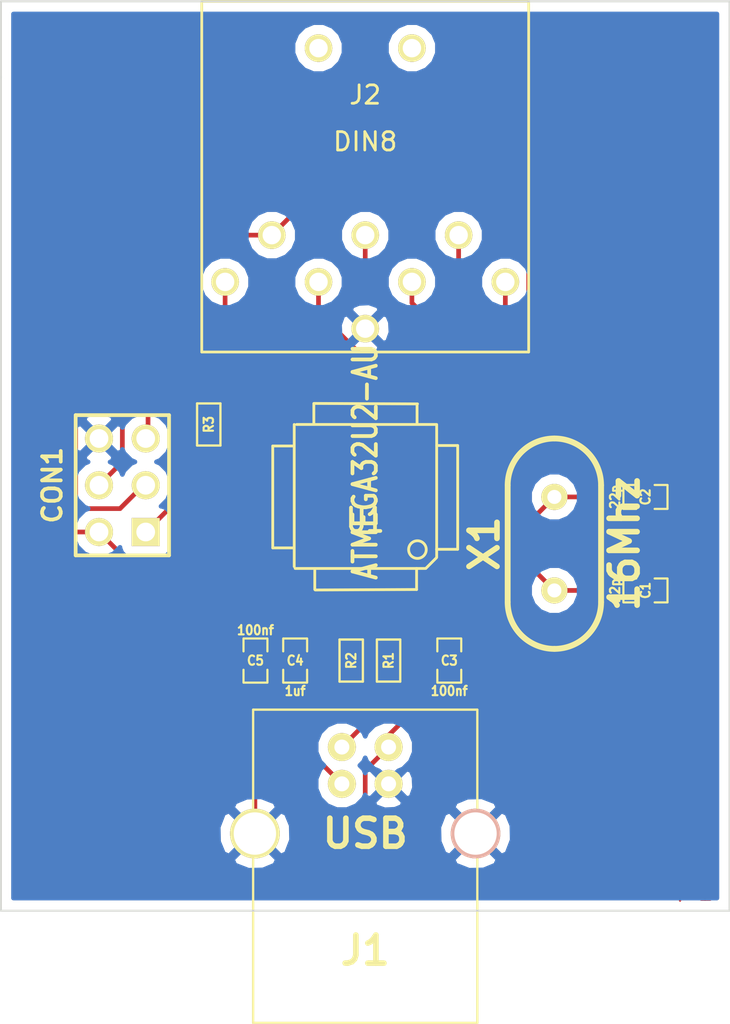
<source format=kicad_pcb>
(kicad_pcb (version 3) (host pcbnew "(22-Jun-2014 BZR 4027)-stable")

  (general
    (links 39)
    (no_connects 0)
    (area 190.703999 120.599999 230.428001 166.039001)
    (thickness 1.6)
    (drawings 10)
    (tracks 145)
    (zones 0)
    (modules 13)
    (nets 20)
  )

  (page A3)
  (layers
    (15 F.Cu signal)
    (0 B.Cu signal)
    (16 B.Adhes user)
    (17 F.Adhes user)
    (18 B.Paste user)
    (19 F.Paste user)
    (20 B.SilkS user)
    (21 F.SilkS user)
    (22 B.Mask user)
    (23 F.Mask user)
    (24 Dwgs.User user)
    (25 Cmts.User user)
    (26 Eco1.User user)
    (27 Eco2.User user)
    (28 Edge.Cuts user)
  )

  (setup
    (last_trace_width 0.254)
    (trace_clearance 0.254)
    (zone_clearance 0.508)
    (zone_45_only no)
    (trace_min 0.254)
    (segment_width 0.2)
    (edge_width 0.1)
    (via_size 0.889)
    (via_drill 0.635)
    (via_min_size 0.889)
    (via_min_drill 0.508)
    (uvia_size 0.508)
    (uvia_drill 0.127)
    (uvias_allowed no)
    (uvia_min_size 0.508)
    (uvia_min_drill 0.127)
    (pcb_text_width 0.3)
    (pcb_text_size 1.5 1.5)
    (mod_edge_width 0.15)
    (mod_text_size 1 1)
    (mod_text_width 0.15)
    (pad_size 1.5 1.5)
    (pad_drill 1)
    (pad_to_mask_clearance 0)
    (aux_axis_origin 0 0)
    (visible_elements FFFFFFBF)
    (pcbplotparams
      (layerselection 3178497)
      (usegerberextensions true)
      (excludeedgelayer true)
      (linewidth 0.150000)
      (plotframeref false)
      (viasonmask false)
      (mode 1)
      (useauxorigin false)
      (hpglpennumber 1)
      (hpglpenspeed 20)
      (hpglpendiameter 15)
      (hpglpenoverlay 2)
      (psnegative false)
      (psa4output false)
      (plotreference true)
      (plotvalue true)
      (plotothertext true)
      (plotinvisibletext false)
      (padsonsilk false)
      (subtractmaskfromsilk false)
      (outputformat 1)
      (mirror false)
      (drillshape 1)
      (scaleselection 1)
      (outputdirectory ""))
  )

  (net 0 "")
  (net 1 DATA_SELECT)
  (net 2 DOWN_SELECT_BUTTON)
  (net 3 GND)
  (net 4 LEFT_RUN_BUTTON)
  (net 5 MISO)
  (net 6 MOSI)
  (net 7 N-000001)
  (net 8 N-0000018)
  (net 9 N-000002)
  (net 10 N-0000029)
  (net 11 N-000003)
  (net 12 N-0000030)
  (net 13 N-0000031)
  (net 14 RESET)
  (net 15 RIGHT_II_BUTTON)
  (net 16 SCK)
  (net 17 UP_I_BUTTON)
  (net 18 VCC)
  (net 19 ~OE~)

  (net_class Default "Ceci est la Netclass par défaut"
    (clearance 0.254)
    (trace_width 0.254)
    (via_dia 0.889)
    (via_drill 0.635)
    (uvia_dia 0.508)
    (uvia_drill 0.127)
    (add_net "")
    (add_net DATA_SELECT)
    (add_net DOWN_SELECT_BUTTON)
    (add_net GND)
    (add_net LEFT_RUN_BUTTON)
    (add_net MISO)
    (add_net MOSI)
    (add_net N-000001)
    (add_net N-0000018)
    (add_net N-000002)
    (add_net N-0000029)
    (add_net N-000003)
    (add_net N-0000030)
    (add_net N-0000031)
    (add_net RESET)
    (add_net RIGHT_II_BUTTON)
    (add_net SCK)
    (add_net UP_I_BUTTON)
    (add_net VCC)
    (add_net ~OE~)
  )

  (module USB_B (layer F.Cu) (tedit 48A935FA) (tstamp 53DD6FF2)
    (at 210.566 161.798)
    (tags USB)
    (path /53DB98C4)
    (fp_text reference J1 (at 0 6.35) (layer F.SilkS)
      (effects (font (size 1.524 1.524) (thickness 0.3048)))
    )
    (fp_text value USB (at 0 0) (layer F.SilkS)
      (effects (font (size 1.524 1.524) (thickness 0.3048)))
    )
    (fp_line (start -6.096 10.287) (end 6.096 10.287) (layer F.SilkS) (width 0.127))
    (fp_line (start 6.096 10.287) (end 6.096 -6.731) (layer F.SilkS) (width 0.127))
    (fp_line (start 6.096 -6.731) (end -6.096 -6.731) (layer F.SilkS) (width 0.127))
    (fp_line (start -6.096 -6.731) (end -6.096 10.287) (layer F.SilkS) (width 0.127))
    (pad 1 thru_hole circle (at 1.27 -4.699) (size 1.524 1.524) (drill 0.8128)
      (layers *.Cu *.Mask F.SilkS)
      (net 18 VCC)
    )
    (pad 2 thru_hole circle (at -1.27 -4.699) (size 1.524 1.524) (drill 0.8128)
      (layers *.Cu *.Mask F.SilkS)
      (net 9 N-000002)
    )
    (pad 3 thru_hole circle (at -1.27 -2.70002) (size 1.524 1.524) (drill 0.8128)
      (layers *.Cu *.Mask F.SilkS)
      (net 11 N-000003)
    )
    (pad 4 thru_hole circle (at 1.27 -2.70002) (size 1.524 1.524) (drill 0.8128)
      (layers *.Cu *.Mask F.SilkS)
      (net 3 GND)
    )
    (pad 5 np_thru_hole circle (at 5.99948 0) (size 2.70002 2.70002) (drill 2.30124)
      (layers *.Cu *.SilkS *.Mask)
      (net 3 GND)
    )
    (pad 6 thru_hole circle (at -5.99948 0) (size 2.70002 2.70002) (drill 2.30124)
      (layers *.Cu *.Mask F.SilkS)
      (net 3 GND)
    )
    (model connectors/USB_type_B.wrl
      (at (xyz 0 0 0.001))
      (scale (xyz 0.3937 0.3937 0.3937))
      (rotate (xyz 0 0 0))
    )
  )

  (module TQFP32 (layer F.Cu) (tedit 53DD7096) (tstamp 53DD7028)
    (at 210.566 143.51 180)
    (path /53DBB1ED)
    (fp_text reference U1 (at 0 -1.27 180) (layer F.SilkS)
      (effects (font (size 1.27 1.016) (thickness 0.2032)))
    )
    (fp_text value ATMEGA32U2-AU (at 0 1.905 270) (layer F.SilkS)
      (effects (font (size 1.27 1.016) (thickness 0.2032)))
    )
    (fp_line (start 5.0292 2.7686) (end 3.8862 2.7686) (layer F.SilkS) (width 0.1524))
    (fp_line (start 5.0292 -2.7686) (end 3.9116 -2.7686) (layer F.SilkS) (width 0.1524))
    (fp_line (start 5.0292 2.7686) (end 5.0292 -2.7686) (layer F.SilkS) (width 0.1524))
    (fp_line (start 2.794 3.9624) (end 2.794 5.0546) (layer F.SilkS) (width 0.1524))
    (fp_line (start -2.8194 3.9878) (end -2.8194 5.0546) (layer F.SilkS) (width 0.1524))
    (fp_line (start -2.8448 5.0546) (end 2.794 5.08) (layer F.SilkS) (width 0.1524))
    (fp_line (start -2.794 -5.0292) (end 2.7178 -5.0546) (layer F.SilkS) (width 0.1524))
    (fp_line (start -3.8862 -3.2766) (end -3.8862 3.9116) (layer F.SilkS) (width 0.1524))
    (fp_line (start 2.7432 -5.0292) (end 2.7432 -3.9878) (layer F.SilkS) (width 0.1524))
    (fp_line (start -3.2512 -3.8862) (end 3.81 -3.8862) (layer F.SilkS) (width 0.1524))
    (fp_line (start 3.8608 3.937) (end 3.8608 -3.7846) (layer F.SilkS) (width 0.1524))
    (fp_line (start -3.8862 3.937) (end 3.7338 3.937) (layer F.SilkS) (width 0.1524))
    (fp_line (start -5.0292 -2.8448) (end -5.0292 2.794) (layer F.SilkS) (width 0.1524))
    (fp_line (start -5.0292 2.794) (end -3.8862 2.794) (layer F.SilkS) (width 0.1524))
    (fp_line (start -3.87604 -3.302) (end -3.29184 -3.8862) (layer F.SilkS) (width 0.1524))
    (fp_line (start -5.02412 -2.8448) (end -3.87604 -2.8448) (layer F.SilkS) (width 0.1524))
    (fp_line (start -2.794 -3.8862) (end -2.794 -5.03428) (layer F.SilkS) (width 0.1524))
    (fp_circle (center -2.83972 -2.86004) (end -2.43332 -2.60604) (layer F.SilkS) (width 0.1524))
    (pad 8 smd rect (at -4.81584 2.77622 180) (size 1.99898 0.44958)
      (layers F.Cu F.Paste F.Mask)
      (net 4 LEFT_RUN_BUTTON)
    )
    (pad 7 smd rect (at -4.81584 1.97612 180) (size 1.99898 0.44958)
      (layers F.Cu F.Paste F.Mask)
      (net 15 RIGHT_II_BUTTON)
    )
    (pad 6 smd rect (at -4.81584 1.17602 180) (size 1.99898 0.44958)
      (layers F.Cu F.Paste F.Mask)
      (net 19 ~OE~)
    )
    (pad 5 smd rect (at -4.81584 0.37592 180) (size 1.99898 0.44958)
      (layers F.Cu F.Paste F.Mask)
    )
    (pad 4 smd rect (at -4.81584 -0.42418 180) (size 1.99898 0.44958)
      (layers F.Cu F.Paste F.Mask)
      (net 18 VCC)
    )
    (pad 3 smd rect (at -4.81584 -1.22428 180) (size 1.99898 0.44958)
      (layers F.Cu F.Paste F.Mask)
      (net 3 GND)
    )
    (pad 2 smd rect (at -4.81584 -2.02438 180) (size 1.99898 0.44958)
      (layers F.Cu F.Paste F.Mask)
      (net 13 N-0000031)
    )
    (pad 1 smd rect (at -4.81584 -2.82448 180) (size 1.99898 0.44958)
      (layers F.Cu F.Paste F.Mask)
      (net 12 N-0000030)
    )
    (pad 24 smd rect (at 4.7498 -2.8194 180) (size 1.99898 0.44958)
      (layers F.Cu F.Paste F.Mask)
      (net 14 RESET)
    )
    (pad 17 smd rect (at 4.7498 2.794 180) (size 1.99898 0.44958)
      (layers F.Cu F.Paste F.Mask)
      (net 5 MISO)
    )
    (pad 18 smd rect (at 4.7498 1.9812 180) (size 1.99898 0.44958)
      (layers F.Cu F.Paste F.Mask)
    )
    (pad 19 smd rect (at 4.7498 1.1684 180) (size 1.99898 0.44958)
      (layers F.Cu F.Paste F.Mask)
    )
    (pad 20 smd rect (at 4.7498 0.381 180) (size 1.99898 0.44958)
      (layers F.Cu F.Paste F.Mask)
    )
    (pad 21 smd rect (at 4.7498 -0.4318 180) (size 1.99898 0.44958)
      (layers F.Cu F.Paste F.Mask)
    )
    (pad 22 smd rect (at 4.7498 -1.2192 180) (size 1.99898 0.44958)
      (layers F.Cu F.Paste F.Mask)
    )
    (pad 23 smd rect (at 4.7498 -2.032 180) (size 1.99898 0.44958)
      (layers F.Cu F.Paste F.Mask)
    )
    (pad 32 smd rect (at -2.82448 -4.826 180) (size 0.44958 1.99898)
      (layers F.Cu F.Paste F.Mask)
      (net 18 VCC)
    )
    (pad 31 smd rect (at -2.02692 -4.826 180) (size 0.44958 1.99898)
      (layers F.Cu F.Paste F.Mask)
      (net 18 VCC)
    )
    (pad 30 smd rect (at -1.22428 -4.826 180) (size 0.44958 1.99898)
      (layers F.Cu F.Paste F.Mask)
      (net 7 N-000001)
    )
    (pad 29 smd rect (at -0.42672 -4.826 180) (size 0.44958 1.99898)
      (layers F.Cu F.Paste F.Mask)
      (net 10 N-0000029)
    )
    (pad 28 smd rect (at 0.37592 -4.826 180) (size 0.44958 1.99898)
      (layers F.Cu F.Paste F.Mask)
      (net 3 GND)
    )
    (pad 27 smd rect (at 1.17348 -4.826 180) (size 0.44958 1.99898)
      (layers F.Cu F.Paste F.Mask)
      (net 8 N-0000018)
    )
    (pad 26 smd rect (at 1.97612 -4.826 180) (size 0.44958 1.99898)
      (layers F.Cu F.Paste F.Mask)
    )
    (pad 25 smd rect (at 2.77368 -4.826 180) (size 0.44958 1.99898)
      (layers F.Cu F.Paste F.Mask)
    )
    (pad 9 smd rect (at -2.8194 4.7752 180) (size 0.44958 1.99898)
      (layers F.Cu F.Paste F.Mask)
      (net 17 UP_I_BUTTON)
    )
    (pad 10 smd rect (at -2.032 4.7752 180) (size 0.44958 1.99898)
      (layers F.Cu F.Paste F.Mask)
      (net 2 DOWN_SELECT_BUTTON)
    )
    (pad 11 smd rect (at -1.2192 4.7752 180) (size 0.44958 1.99898)
      (layers F.Cu F.Paste F.Mask)
      (net 1 DATA_SELECT)
    )
    (pad 12 smd rect (at -0.4318 4.7752 180) (size 0.44958 1.99898)
      (layers F.Cu F.Paste F.Mask)
    )
    (pad 13 smd rect (at 0.3556 4.7752 180) (size 0.44958 1.99898)
      (layers F.Cu F.Paste F.Mask)
    )
    (pad 14 smd rect (at 1.1684 4.7752 180) (size 0.44958 1.99898)
      (layers F.Cu F.Paste F.Mask)
    )
    (pad 15 smd rect (at 1.9812 4.7752 180) (size 0.44958 1.99898)
      (layers F.Cu F.Paste F.Mask)
      (net 16 SCK)
    )
    (pad 16 smd rect (at 2.794 4.7752 180) (size 0.44958 1.99898)
      (layers F.Cu F.Paste F.Mask)
      (net 6 MOSI)
    )
    (model smd/tqfp32.wrl
      (at (xyz 0 0 0))
      (scale (xyz 1 1 1))
      (rotate (xyz 0 0 0))
    )
  )

  (module SM0603_Capa (layer F.Cu) (tedit 5051B1EC) (tstamp 53DD7034)
    (at 206.756 152.4 90)
    (path /53DC158C)
    (attr smd)
    (fp_text reference C4 (at 0 0 180) (layer F.SilkS)
      (effects (font (size 0.508 0.4572) (thickness 0.1143)))
    )
    (fp_text value 1uf (at -1.651 0 180) (layer F.SilkS)
      (effects (font (size 0.508 0.4572) (thickness 0.1143)))
    )
    (fp_line (start 0.50038 0.65024) (end 1.19888 0.65024) (layer F.SilkS) (width 0.11938))
    (fp_line (start -0.50038 0.65024) (end -1.19888 0.65024) (layer F.SilkS) (width 0.11938))
    (fp_line (start 0.50038 -0.65024) (end 1.19888 -0.65024) (layer F.SilkS) (width 0.11938))
    (fp_line (start -1.19888 -0.65024) (end -0.50038 -0.65024) (layer F.SilkS) (width 0.11938))
    (fp_line (start 1.19888 -0.635) (end 1.19888 0.635) (layer F.SilkS) (width 0.11938))
    (fp_line (start -1.19888 0.635) (end -1.19888 -0.635) (layer F.SilkS) (width 0.11938))
    (pad 1 smd rect (at -0.762 0 90) (size 0.635 1.143)
      (layers F.Cu F.Paste F.Mask)
      (net 3 GND)
    )
    (pad 2 smd rect (at 0.762 0 90) (size 0.635 1.143)
      (layers F.Cu F.Paste F.Mask)
      (net 8 N-0000018)
    )
    (model smd\capacitors\C0603.wrl
      (at (xyz 0 0 0.001))
      (scale (xyz 0.5 0.5 0.5))
      (rotate (xyz 0 0 0))
    )
  )

  (module SM0603_Capa (layer F.Cu) (tedit 5051B1EC) (tstamp 53DD7040)
    (at 225.806 148.59)
    (path /53DC159B)
    (attr smd)
    (fp_text reference C1 (at 0 0 90) (layer F.SilkS)
      (effects (font (size 0.508 0.4572) (thickness 0.1143)))
    )
    (fp_text value 22p (at -1.651 0 90) (layer F.SilkS)
      (effects (font (size 0.508 0.4572) (thickness 0.1143)))
    )
    (fp_line (start 0.50038 0.65024) (end 1.19888 0.65024) (layer F.SilkS) (width 0.11938))
    (fp_line (start -0.50038 0.65024) (end -1.19888 0.65024) (layer F.SilkS) (width 0.11938))
    (fp_line (start 0.50038 -0.65024) (end 1.19888 -0.65024) (layer F.SilkS) (width 0.11938))
    (fp_line (start -1.19888 -0.65024) (end -0.50038 -0.65024) (layer F.SilkS) (width 0.11938))
    (fp_line (start 1.19888 -0.635) (end 1.19888 0.635) (layer F.SilkS) (width 0.11938))
    (fp_line (start -1.19888 0.635) (end -1.19888 -0.635) (layer F.SilkS) (width 0.11938))
    (pad 1 smd rect (at -0.762 0) (size 0.635 1.143)
      (layers F.Cu F.Paste F.Mask)
      (net 12 N-0000030)
    )
    (pad 2 smd rect (at 0.762 0) (size 0.635 1.143)
      (layers F.Cu F.Paste F.Mask)
      (net 3 GND)
    )
    (model smd\capacitors\C0603.wrl
      (at (xyz 0 0 0.001))
      (scale (xyz 0.5 0.5 0.5))
      (rotate (xyz 0 0 0))
    )
  )

  (module SM0603_Capa (layer F.Cu) (tedit 5051B1EC) (tstamp 53DD704C)
    (at 225.806 143.51)
    (path /53DC15AA)
    (attr smd)
    (fp_text reference C2 (at 0 0 90) (layer F.SilkS)
      (effects (font (size 0.508 0.4572) (thickness 0.1143)))
    )
    (fp_text value 22p (at -1.651 0 90) (layer F.SilkS)
      (effects (font (size 0.508 0.4572) (thickness 0.1143)))
    )
    (fp_line (start 0.50038 0.65024) (end 1.19888 0.65024) (layer F.SilkS) (width 0.11938))
    (fp_line (start -0.50038 0.65024) (end -1.19888 0.65024) (layer F.SilkS) (width 0.11938))
    (fp_line (start 0.50038 -0.65024) (end 1.19888 -0.65024) (layer F.SilkS) (width 0.11938))
    (fp_line (start -1.19888 -0.65024) (end -0.50038 -0.65024) (layer F.SilkS) (width 0.11938))
    (fp_line (start 1.19888 -0.635) (end 1.19888 0.635) (layer F.SilkS) (width 0.11938))
    (fp_line (start -1.19888 0.635) (end -1.19888 -0.635) (layer F.SilkS) (width 0.11938))
    (pad 1 smd rect (at -0.762 0) (size 0.635 1.143)
      (layers F.Cu F.Paste F.Mask)
      (net 13 N-0000031)
    )
    (pad 2 smd rect (at 0.762 0) (size 0.635 1.143)
      (layers F.Cu F.Paste F.Mask)
      (net 3 GND)
    )
    (model smd\capacitors\C0603.wrl
      (at (xyz 0 0 0.001))
      (scale (xyz 0.5 0.5 0.5))
      (rotate (xyz 0 0 0))
    )
  )

  (module SM0603_Capa (layer F.Cu) (tedit 5051B1EC) (tstamp 53DD7058)
    (at 215.138 152.4 90)
    (path /53DD214D)
    (attr smd)
    (fp_text reference C3 (at 0 0 180) (layer F.SilkS)
      (effects (font (size 0.508 0.4572) (thickness 0.1143)))
    )
    (fp_text value 100nf (at -1.651 0 180) (layer F.SilkS)
      (effects (font (size 0.508 0.4572) (thickness 0.1143)))
    )
    (fp_line (start 0.50038 0.65024) (end 1.19888 0.65024) (layer F.SilkS) (width 0.11938))
    (fp_line (start -0.50038 0.65024) (end -1.19888 0.65024) (layer F.SilkS) (width 0.11938))
    (fp_line (start 0.50038 -0.65024) (end 1.19888 -0.65024) (layer F.SilkS) (width 0.11938))
    (fp_line (start -1.19888 -0.65024) (end -0.50038 -0.65024) (layer F.SilkS) (width 0.11938))
    (fp_line (start 1.19888 -0.635) (end 1.19888 0.635) (layer F.SilkS) (width 0.11938))
    (fp_line (start -1.19888 0.635) (end -1.19888 -0.635) (layer F.SilkS) (width 0.11938))
    (pad 1 smd rect (at -0.762 0 90) (size 0.635 1.143)
      (layers F.Cu F.Paste F.Mask)
      (net 3 GND)
    )
    (pad 2 smd rect (at 0.762 0 90) (size 0.635 1.143)
      (layers F.Cu F.Paste F.Mask)
      (net 18 VCC)
    )
    (model smd\capacitors\C0603.wrl
      (at (xyz 0 0 0.001))
      (scale (xyz 0.5 0.5 0.5))
      (rotate (xyz 0 0 0))
    )
  )

  (module SM0603 (layer F.Cu) (tedit 4E43A3D1) (tstamp 53DD7062)
    (at 211.836 152.4 90)
    (path /53DBBAFE)
    (attr smd)
    (fp_text reference R1 (at 0 0 90) (layer F.SilkS)
      (effects (font (size 0.508 0.4572) (thickness 0.1143)))
    )
    (fp_text value 22ohms (at 0 0 90) (layer F.SilkS) hide
      (effects (font (size 0.508 0.4572) (thickness 0.1143)))
    )
    (fp_line (start -1.143 -0.635) (end 1.143 -0.635) (layer F.SilkS) (width 0.127))
    (fp_line (start 1.143 -0.635) (end 1.143 0.635) (layer F.SilkS) (width 0.127))
    (fp_line (start 1.143 0.635) (end -1.143 0.635) (layer F.SilkS) (width 0.127))
    (fp_line (start -1.143 0.635) (end -1.143 -0.635) (layer F.SilkS) (width 0.127))
    (pad 1 smd rect (at -0.762 0 90) (size 0.635 1.143)
      (layers F.Cu F.Paste F.Mask)
      (net 9 N-000002)
    )
    (pad 2 smd rect (at 0.762 0 90) (size 0.635 1.143)
      (layers F.Cu F.Paste F.Mask)
      (net 7 N-000001)
    )
    (model smd\resistors\R0603.wrl
      (at (xyz 0 0 0.001))
      (scale (xyz 0.5 0.5 0.5))
      (rotate (xyz 0 0 0))
    )
  )

  (module SM0603 (layer F.Cu) (tedit 4E43A3D1) (tstamp 53DD706C)
    (at 209.804 152.4 90)
    (path /53DBBB0D)
    (attr smd)
    (fp_text reference R2 (at 0 0 90) (layer F.SilkS)
      (effects (font (size 0.508 0.4572) (thickness 0.1143)))
    )
    (fp_text value 22ohms (at 0 0 90) (layer F.SilkS) hide
      (effects (font (size 0.508 0.4572) (thickness 0.1143)))
    )
    (fp_line (start -1.143 -0.635) (end 1.143 -0.635) (layer F.SilkS) (width 0.127))
    (fp_line (start 1.143 -0.635) (end 1.143 0.635) (layer F.SilkS) (width 0.127))
    (fp_line (start 1.143 0.635) (end -1.143 0.635) (layer F.SilkS) (width 0.127))
    (fp_line (start -1.143 0.635) (end -1.143 -0.635) (layer F.SilkS) (width 0.127))
    (pad 1 smd rect (at -0.762 0 90) (size 0.635 1.143)
      (layers F.Cu F.Paste F.Mask)
      (net 11 N-000003)
    )
    (pad 2 smd rect (at 0.762 0 90) (size 0.635 1.143)
      (layers F.Cu F.Paste F.Mask)
      (net 10 N-0000029)
    )
    (model smd\resistors\R0603.wrl
      (at (xyz 0 0 0.001))
      (scale (xyz 0.5 0.5 0.5))
      (rotate (xyz 0 0 0))
    )
  )

  (module SM0603 (layer F.Cu) (tedit 4E43A3D1) (tstamp 53DD7076)
    (at 202.057 139.573 90)
    (path /53DC1CB7)
    (attr smd)
    (fp_text reference R3 (at 0 0 90) (layer F.SilkS)
      (effects (font (size 0.508 0.4572) (thickness 0.1143)))
    )
    (fp_text value 10K (at 0 0 90) (layer F.SilkS) hide
      (effects (font (size 0.508 0.4572) (thickness 0.1143)))
    )
    (fp_line (start -1.143 -0.635) (end 1.143 -0.635) (layer F.SilkS) (width 0.127))
    (fp_line (start 1.143 -0.635) (end 1.143 0.635) (layer F.SilkS) (width 0.127))
    (fp_line (start 1.143 0.635) (end -1.143 0.635) (layer F.SilkS) (width 0.127))
    (fp_line (start -1.143 0.635) (end -1.143 -0.635) (layer F.SilkS) (width 0.127))
    (pad 1 smd rect (at -0.762 0 90) (size 0.635 1.143)
      (layers F.Cu F.Paste F.Mask)
      (net 18 VCC)
    )
    (pad 2 smd rect (at 0.762 0 90) (size 0.635 1.143)
      (layers F.Cu F.Paste F.Mask)
      (net 14 RESET)
    )
    (model smd\resistors\R0603.wrl
      (at (xyz 0 0 0.001))
      (scale (xyz 0.5 0.5 0.5))
      (rotate (xyz 0 0 0))
    )
  )

  (module pin_array_3x2 (layer F.Cu) (tedit 42931587) (tstamp 53DD7084)
    (at 197.358 142.875 90)
    (descr "Double rangee de contacts 2 x 4 pins")
    (tags CONN)
    (path /53DC1AF4)
    (fp_text reference CON1 (at 0 -3.81 90) (layer F.SilkS)
      (effects (font (size 1.016 1.016) (thickness 0.2032)))
    )
    (fp_text value AVR-ISP6 (at 0 3.81 90) (layer F.SilkS) hide
      (effects (font (size 1.016 1.016) (thickness 0.2032)))
    )
    (fp_line (start 3.81 2.54) (end -3.81 2.54) (layer F.SilkS) (width 0.2032))
    (fp_line (start -3.81 -2.54) (end 3.81 -2.54) (layer F.SilkS) (width 0.2032))
    (fp_line (start 3.81 -2.54) (end 3.81 2.54) (layer F.SilkS) (width 0.2032))
    (fp_line (start -3.81 2.54) (end -3.81 -2.54) (layer F.SilkS) (width 0.2032))
    (pad 1 thru_hole rect (at -2.54 1.27 90) (size 1.524 1.524) (drill 1.016)
      (layers *.Cu *.Mask F.SilkS)
      (net 5 MISO)
    )
    (pad 2 thru_hole circle (at -2.54 -1.27 90) (size 1.524 1.524) (drill 1.016)
      (layers *.Cu *.Mask F.SilkS)
      (net 18 VCC)
    )
    (pad 3 thru_hole circle (at 0 1.27 90) (size 1.524 1.524) (drill 1.016)
      (layers *.Cu *.Mask F.SilkS)
      (net 16 SCK)
    )
    (pad 4 thru_hole circle (at 0 -1.27 90) (size 1.524 1.524) (drill 1.016)
      (layers *.Cu *.Mask F.SilkS)
      (net 6 MOSI)
    )
    (pad 5 thru_hole circle (at 2.54 1.27 90) (size 1.524 1.524) (drill 1.016)
      (layers *.Cu *.Mask F.SilkS)
      (net 14 RESET)
    )
    (pad 6 thru_hole circle (at 2.54 -1.27 90) (size 1.524 1.524) (drill 1.016)
      (layers *.Cu *.Mask F.SilkS)
      (net 3 GND)
    )
    (model pin_array/pins_array_3x2.wrl
      (at (xyz 0 0 0))
      (scale (xyz 1 1 1))
      (rotate (xyz 0 0 0))
    )
  )

  (module HC-49V (layer F.Cu) (tedit 4C5EC450) (tstamp 53DD7090)
    (at 220.853 146.05 90)
    (descr "Quartz boitier HC-49 Vertical")
    (tags "QUARTZ DEV")
    (path /53DBBAE1)
    (autoplace_cost180 10)
    (fp_text reference X1 (at 0 -3.81 90) (layer F.SilkS)
      (effects (font (size 1.524 1.524) (thickness 0.3048)))
    )
    (fp_text value 16Mhz (at 0 3.81 90) (layer F.SilkS)
      (effects (font (size 1.524 1.524) (thickness 0.3048)))
    )
    (fp_line (start -3.175 2.54) (end 3.175 2.54) (layer F.SilkS) (width 0.3175))
    (fp_line (start -3.175 -2.54) (end 3.175 -2.54) (layer F.SilkS) (width 0.3175))
    (fp_arc (start 3.175 0) (end 3.175 -2.54) (angle 90) (layer F.SilkS) (width 0.3175))
    (fp_arc (start 3.175 0) (end 5.715 0) (angle 90) (layer F.SilkS) (width 0.3175))
    (fp_arc (start -3.175 0) (end -5.715 0) (angle 90) (layer F.SilkS) (width 0.3175))
    (fp_arc (start -3.175 0) (end -3.175 2.54) (angle 90) (layer F.SilkS) (width 0.3175))
    (pad 1 thru_hole circle (at -2.54 0 90) (size 1.4224 1.4224) (drill 0.762)
      (layers *.Cu *.Mask F.SilkS)
      (net 12 N-0000030)
    )
    (pad 2 thru_hole circle (at 2.54 0 90) (size 1.4224 1.4224) (drill 0.762)
      (layers *.Cu *.Mask F.SilkS)
      (net 13 N-0000031)
    )
    (model discret/xtal/crystal_hc18u_vertical.wrl
      (at (xyz 0 0 0))
      (scale (xyz 1 1 0.2))
      (rotate (xyz 0 0 0))
    )
  )

  (module SM0603_Capa (layer F.Cu) (tedit 5051B1EC) (tstamp 53DE7E6D)
    (at 204.597 152.4 270)
    (path /53DE7D03)
    (attr smd)
    (fp_text reference C5 (at 0 0 360) (layer F.SilkS)
      (effects (font (size 0.508 0.4572) (thickness 0.1143)))
    )
    (fp_text value 100nf (at -1.651 0 360) (layer F.SilkS)
      (effects (font (size 0.508 0.4572) (thickness 0.1143)))
    )
    (fp_line (start 0.50038 0.65024) (end 1.19888 0.65024) (layer F.SilkS) (width 0.11938))
    (fp_line (start -0.50038 0.65024) (end -1.19888 0.65024) (layer F.SilkS) (width 0.11938))
    (fp_line (start 0.50038 -0.65024) (end 1.19888 -0.65024) (layer F.SilkS) (width 0.11938))
    (fp_line (start -1.19888 -0.65024) (end -0.50038 -0.65024) (layer F.SilkS) (width 0.11938))
    (fp_line (start 1.19888 -0.635) (end 1.19888 0.635) (layer F.SilkS) (width 0.11938))
    (fp_line (start -1.19888 0.635) (end -1.19888 -0.635) (layer F.SilkS) (width 0.11938))
    (pad 1 smd rect (at -0.762 0 270) (size 0.635 1.143)
      (layers F.Cu F.Paste F.Mask)
      (net 14 RESET)
    )
    (pad 2 smd rect (at 0.762 0 270) (size 0.635 1.143)
      (layers F.Cu F.Paste F.Mask)
      (net 3 GND)
    )
    (model smd\capacitors\C0603.wrl
      (at (xyz 0 0 0.001))
      (scale (xyz 0.5 0.5 0.5))
      (rotate (xyz 0 0 0))
    )
  )

  (module DIN-8-FEMALE (layer F.Cu) (tedit 53E0E52D) (tstamp 53E0EA70)
    (at 210.566 126.746 180)
    (path /53E0D96A)
    (fp_text reference J2 (at 0 5.08 180) (layer F.SilkS)
      (effects (font (size 1 1) (thickness 0.15)))
    )
    (fp_text value DIN8 (at 0 2.54 180) (layer F.SilkS)
      (effects (font (size 1 1) (thickness 0.15)))
    )
    (fp_line (start -8.89 -8.89) (end -8.89 10.16) (layer F.SilkS) (width 0.15))
    (fp_line (start -8.89 10.16) (end 8.89 10.16) (layer F.SilkS) (width 0.15))
    (fp_line (start 8.89 10.16) (end 8.89 -8.89) (layer F.SilkS) (width 0.15))
    (fp_line (start -8.89 -8.89) (end 8.89 -8.89) (layer F.SilkS) (width 0.15))
    (pad 1 thru_hole circle (at 5.08 -2.54 180) (size 1.5 1.5) (drill 1)
      (layers *.Cu *.Mask F.SilkS)
      (net 18 VCC)
    )
    (pad 2 thru_hole circle (at 0 -2.54 180) (size 1.5 1.5) (drill 1)
      (layers *.Cu *.Mask F.SilkS)
      (net 17 UP_I_BUTTON)
    )
    (pad 3 thru_hole circle (at -5.08 -2.54 180) (size 1.5 1.5) (drill 1)
      (layers *.Cu *.Mask F.SilkS)
      (net 15 RIGHT_II_BUTTON)
    )
    (pad 4 thru_hole circle (at 2.54 -5.08 180) (size 1.5 1.5) (drill 1)
      (layers *.Cu *.Mask F.SilkS)
      (net 2 DOWN_SELECT_BUTTON)
    )
    (pad 5 thru_hole circle (at -2.54 -5.08 180) (size 1.5 1.5) (drill 1)
      (layers *.Cu *.Mask F.SilkS)
      (net 4 LEFT_RUN_BUTTON)
    )
    (pad 6 thru_hole circle (at 7.62 -5.08 180) (size 1.5 1.5) (drill 1)
      (layers *.Cu *.Mask F.SilkS)
      (net 1 DATA_SELECT)
    )
    (pad 7 thru_hole circle (at -7.62 -5.08 180) (size 1.5 1.5) (drill 1)
      (layers *.Cu *.Mask F.SilkS)
      (net 19 ~OE~)
    )
    (pad 8 thru_hole circle (at 0 -7.62 180) (size 1.5 1.5) (drill 1)
      (layers *.Cu *.Mask F.SilkS)
      (net 3 GND)
    )
    (pad 9 thru_hole circle (at -2.54 7.62 180) (size 1.5 1.5) (drill 1)
      (layers *.Cu *.Mask F.SilkS)
    )
    (pad 9 thru_hole circle (at 2.54 7.62 180) (size 1.5 1.5) (drill 1)
      (layers *.Cu *.Mask F.SilkS)
    )
  )

  (gr_line (start 230.378 120.777) (end 230.378 120.904) (angle 90) (layer Edge.Cuts) (width 0.1))
  (gr_line (start 230.378 116.586) (end 230.378 120.777) (angle 90) (layer Edge.Cuts) (width 0.1))
  (gr_line (start 190.754 116.586) (end 230.378 116.586) (angle 90) (layer Edge.Cuts) (width 0.1))
  (gr_line (start 190.754 120.777) (end 190.754 116.586) (angle 90) (layer Edge.Cuts) (width 0.1))
  (gr_text "Copyright 2014 antoine terrienne" (at 226.822 158.496 90) (layer F.Cu)
    (effects (font (size 0.5 0.5) (thickness 0.125)))
  )
  (gr_text https://github.com/letoine/TurbografxControllerToUSB (at 229.108 155.067 90) (layer F.Cu)
    (effects (font (size 0.5 0.5) (thickness 0.125)))
  )
  (gr_text "TurbografxControllerToUSB v1.0" (at 227.965 159.512 90) (layer F.Cu)
    (effects (font (size 0.5 0.5) (thickness 0.125)))
  )
  (gr_line (start 230.378 165.989) (end 230.378 120.65) (angle 90) (layer Edge.Cuts) (width 0.1))
  (gr_line (start 190.754 165.989) (end 230.378 165.989) (angle 90) (layer Edge.Cuts) (width 0.1))
  (gr_line (start 190.754 120.65) (end 190.754 165.989) (angle 90) (layer Edge.Cuts) (width 0.1))

  (segment (start 211.7852 138.7348) (end 211.7852 136.9822) (width 0.254) (layer F.Cu) (net 1))
  (segment (start 202.946 135.001) (end 202.946 131.826) (width 0.254) (layer F.Cu) (net 1) (tstamp 53E0EB6E))
  (segment (start 204.343 136.398) (end 202.946 135.001) (width 0.254) (layer F.Cu) (net 1) (tstamp 53E0EB69))
  (segment (start 211.201 136.398) (end 204.343 136.398) (width 0.254) (layer F.Cu) (net 1) (tstamp 53E0EB62))
  (segment (start 211.7852 136.9822) (end 211.201 136.398) (width 0.254) (layer F.Cu) (net 1) (tstamp 53E0EB61))
  (segment (start 212.598 138.7348) (end 212.598 136.525) (width 0.254) (layer F.Cu) (net 2))
  (segment (start 208.026 133.477) (end 208.026 131.826) (width 0.254) (layer F.Cu) (net 2) (tstamp 53E0EB5D))
  (segment (start 210.312 135.763) (end 208.026 133.477) (width 0.254) (layer F.Cu) (net 2) (tstamp 53E0EB57))
  (segment (start 211.836 135.763) (end 210.312 135.763) (width 0.254) (layer F.Cu) (net 2) (tstamp 53E0EB54))
  (segment (start 212.598 136.525) (end 211.836 135.763) (width 0.254) (layer F.Cu) (net 2) (tstamp 53E0EB50))
  (segment (start 204.597 153.162) (end 204.56652 153.19248) (width 0.254) (layer F.Cu) (net 3))
  (segment (start 204.56652 153.19248) (end 204.56652 161.798) (width 0.254) (layer F.Cu) (net 3) (tstamp 53DE7EEA))
  (segment (start 206.756 153.162) (end 204.597 153.162) (width 0.254) (layer F.Cu) (net 3))
  (segment (start 210.19008 148.336) (end 210.206788 148.352708) (width 0.254) (layer F.Cu) (net 3))
  (segment (start 206.883 153.289) (end 206.756 153.162) (width 0.254) (layer F.Cu) (net 3) (tstamp 53DE7ED9))
  (segment (start 207.772 153.289) (end 206.883 153.289) (width 0.254) (layer F.Cu) (net 3) (tstamp 53DE7ED4))
  (segment (start 208.153 152.908) (end 207.772 153.289) (width 0.254) (layer F.Cu) (net 3) (tstamp 53DE7ED1))
  (segment (start 208.153 151.13) (end 208.153 152.908) (width 0.254) (layer F.Cu) (net 3) (tstamp 53DE7ECC))
  (segment (start 208.661 150.622) (end 208.153 151.13) (width 0.254) (layer F.Cu) (net 3) (tstamp 53DE7EC8))
  (segment (start 208.788 150.622) (end 208.661 150.622) (width 0.254) (layer F.Cu) (net 3) (tstamp 53DE7EC5))
  (segment (start 209.042 150.622) (end 208.788 150.622) (width 0.254) (layer F.Cu) (net 3) (tstamp 53DE7EBD))
  (segment (start 210.206788 149.457212) (end 209.042 150.622) (width 0.254) (layer F.Cu) (net 3) (tstamp 53DE7EBB))
  (segment (start 210.206788 148.352708) (end 210.206788 149.457212) (width 0.254) (layer F.Cu) (net 3) (tstamp 53DE7EBA))
  (segment (start 226.568 148.59) (end 226.568 150.241) (width 0.254) (layer F.Cu) (net 3))
  (segment (start 223.647 153.162) (end 215.138 153.162) (width 0.254) (layer F.Cu) (net 3) (tstamp 53DE5EBE))
  (segment (start 226.568 150.241) (end 223.647 153.162) (width 0.254) (layer F.Cu) (net 3) (tstamp 53DE5EBB))
  (segment (start 226.568 143.51) (end 226.568 148.59) (width 0.254) (layer F.Cu) (net 3))
  (segment (start 215.38184 144.73428) (end 215.42756 144.78) (width 0.254) (layer F.Cu) (net 3))
  (segment (start 226.568 142.621) (end 226.568 143.51) (width 0.254) (layer F.Cu) (net 3) (tstamp 53DE5EB2))
  (segment (start 225.806 141.859) (end 226.568 142.621) (width 0.254) (layer F.Cu) (net 3) (tstamp 53DE5EAE))
  (segment (start 219.71 141.859) (end 225.806 141.859) (width 0.254) (layer F.Cu) (net 3) (tstamp 53DE5EAC))
  (segment (start 216.789 144.78) (end 219.71 141.859) (width 0.254) (layer F.Cu) (net 3) (tstamp 53DE5EA5))
  (segment (start 215.42756 144.78) (end 216.789 144.78) (width 0.254) (layer F.Cu) (net 3) (tstamp 53DE5EA1))
  (segment (start 215.138 153.162) (end 215.138 155.79598) (width 0.254) (layer F.Cu) (net 3))
  (segment (start 215.138 155.79598) (end 211.836 159.09798) (width 0.254) (layer F.Cu) (net 3) (tstamp 53DE49FB))
  (segment (start 210.19008 148.336) (end 210.19008 147.31492) (width 0.254) (layer F.Cu) (net 3))
  (segment (start 212.77072 144.73428) (end 215.38184 144.73428) (width 0.254) (layer F.Cu) (net 3) (tstamp 53DE49BE))
  (segment (start 210.19008 147.31492) (end 212.77072 144.73428) (width 0.254) (layer F.Cu) (net 3) (tstamp 53DE49BA))
  (segment (start 215.38184 140.73378) (end 215.38184 135.24484) (width 0.254) (layer F.Cu) (net 4))
  (segment (start 213.106 132.969) (end 213.106 131.826) (width 0.254) (layer F.Cu) (net 4) (tstamp 53E0EAB0))
  (segment (start 215.38184 135.24484) (end 213.106 132.969) (width 0.254) (layer F.Cu) (net 4) (tstamp 53E0EAA7))
  (segment (start 198.628 145.415) (end 200.152 143.891) (width 0.254) (layer F.Cu) (net 5))
  (segment (start 204.6732 139.573) (end 205.8162 140.716) (width 0.254) (layer F.Cu) (net 5) (tstamp 53DE529B))
  (segment (start 203.454 139.573) (end 204.6732 139.573) (width 0.254) (layer F.Cu) (net 5) (tstamp 53DE5295))
  (segment (start 200.914 139.573) (end 203.454 139.573) (width 0.254) (layer F.Cu) (net 5) (tstamp 53DE5292))
  (segment (start 200.152 140.335) (end 200.914 139.573) (width 0.254) (layer F.Cu) (net 5) (tstamp 53DE5291))
  (segment (start 200.152 143.891) (end 200.152 140.335) (width 0.254) (layer F.Cu) (net 5) (tstamp 53DE5287))
  (segment (start 196.088 142.875) (end 197.358 141.605) (width 0.254) (layer F.Cu) (net 6))
  (segment (start 206.705202 137.668002) (end 207.772 138.7348) (width 0.254) (layer F.Cu) (net 6) (tstamp 53DE5266))
  (segment (start 197.993 137.668002) (end 206.705202 137.668002) (width 0.254) (layer F.Cu) (net 6) (tstamp 53DE5263))
  (segment (start 197.358 138.303002) (end 197.993 137.668002) (width 0.254) (layer F.Cu) (net 6) (tstamp 53DE525E))
  (segment (start 197.358 141.605) (end 197.358 138.303002) (width 0.254) (layer F.Cu) (net 6) (tstamp 53DE5258))
  (segment (start 211.836 151.638) (end 211.836 148.38172) (width 0.254) (layer F.Cu) (net 7))
  (segment (start 211.836 148.38172) (end 211.79028 148.336) (width 0.254) (layer F.Cu) (net 7) (tstamp 53DE4E09))
  (segment (start 206.756 151.638) (end 208.385212 150.008788) (width 0.254) (layer F.Cu) (net 8))
  (segment (start 209.423 148.36648) (end 209.39252 148.336) (width 0.254) (layer F.Cu) (net 8) (tstamp 53DE7F08))
  (segment (start 209.423 149.479) (end 209.423 148.36648) (width 0.254) (layer F.Cu) (net 8) (tstamp 53DE7F06))
  (segment (start 208.936788 149.965212) (end 209.423 149.479) (width 0.254) (layer F.Cu) (net 8) (tstamp 53DE7F03))
  (segment (start 208.936788 150.008788) (end 208.936788 149.965212) (width 0.254) (layer F.Cu) (net 8) (tstamp 53DE7F00))
  (segment (start 208.385212 150.008788) (end 208.936788 150.008788) (width 0.254) (layer F.Cu) (net 8) (tstamp 53DE7EF4))
  (segment (start 211.836 153.162) (end 211.836 154.559) (width 0.254) (layer F.Cu) (net 9))
  (segment (start 211.836 154.559) (end 209.296 157.099) (width 0.254) (layer F.Cu) (net 9) (tstamp 53DE49D1))
  (segment (start 210.99272 148.336) (end 210.99272 149.43328) (width 0.254) (layer F.Cu) (net 10))
  (segment (start 209.804 150.622) (end 209.804 151.638) (width 0.254) (layer F.Cu) (net 10) (tstamp 53DE4996))
  (segment (start 210.99272 149.43328) (end 209.804 150.622) (width 0.254) (layer F.Cu) (net 10) (tstamp 53DE4991))
  (segment (start 209.804 153.162) (end 209.804 153.797) (width 0.254) (layer F.Cu) (net 11))
  (segment (start 207.518 157.31998) (end 209.296 159.09798) (width 0.254) (layer F.Cu) (net 11) (tstamp 53DE49E0))
  (segment (start 207.518 156.083) (end 207.518 157.31998) (width 0.254) (layer F.Cu) (net 11) (tstamp 53DE49DC))
  (segment (start 209.804 153.797) (end 207.518 156.083) (width 0.254) (layer F.Cu) (net 11) (tstamp 53DE49D8))
  (segment (start 220.853 148.59) (end 225.044 148.59) (width 0.254) (layer F.Cu) (net 12))
  (segment (start 215.38184 146.33448) (end 215.47836 146.431) (width 0.254) (layer F.Cu) (net 12))
  (segment (start 218.694 146.431) (end 220.853 148.59) (width 0.254) (layer F.Cu) (net 12) (tstamp 53DE5EDA))
  (segment (start 215.47836 146.431) (end 218.694 146.431) (width 0.254) (layer F.Cu) (net 12) (tstamp 53DE5ED9))
  (segment (start 220.853 143.51) (end 225.044 143.51) (width 0.254) (layer F.Cu) (net 13))
  (segment (start 215.38184 145.53438) (end 215.38946 145.542) (width 0.254) (layer F.Cu) (net 13))
  (segment (start 218.821 145.542) (end 220.853 143.51) (width 0.254) (layer F.Cu) (net 13) (tstamp 53DE5ED4))
  (segment (start 215.38946 145.542) (end 218.821 145.542) (width 0.254) (layer F.Cu) (net 13) (tstamp 53DE5ED1))
  (segment (start 204.597 151.638) (end 205.8162 150.4188) (width 0.254) (layer F.Cu) (net 14))
  (segment (start 205.8162 150.4188) (end 205.8162 146.3294) (width 0.254) (layer F.Cu) (net 14) (tstamp 53DE7EEF))
  (segment (start 202.057 138.811) (end 202.184 138.684) (width 0.254) (layer F.Cu) (net 14))
  (segment (start 205.9178 146.431) (end 205.8162 146.3294) (width 0.254) (layer F.Cu) (net 14) (tstamp 53DE5375))
  (segment (start 207.264 146.431) (end 205.9178 146.431) (width 0.254) (layer F.Cu) (net 14) (tstamp 53DE5373))
  (segment (start 207.772 145.923) (end 207.264 146.431) (width 0.254) (layer F.Cu) (net 14) (tstamp 53DE536C))
  (segment (start 207.772 140.716) (end 207.772 145.923) (width 0.254) (layer F.Cu) (net 14) (tstamp 53DE5368))
  (segment (start 205.74 138.684) (end 207.772 140.716) (width 0.254) (layer F.Cu) (net 14) (tstamp 53DE5360))
  (segment (start 202.184 138.684) (end 205.74 138.684) (width 0.254) (layer F.Cu) (net 14) (tstamp 53DE535D))
  (segment (start 198.628 140.335) (end 198.755 140.208) (width 0.254) (layer F.Cu) (net 14))
  (segment (start 201.93 138.684) (end 202.057 138.811) (width 0.254) (layer F.Cu) (net 14) (tstamp 53DE5278))
  (segment (start 198.755 138.684) (end 201.93 138.684) (width 0.254) (layer F.Cu) (net 14) (tstamp 53DE5276))
  (segment (start 198.755 139.319) (end 198.755 138.684) (width 0.254) (layer F.Cu) (net 14) (tstamp 53DE5272))
  (segment (start 198.755 140.208) (end 198.755 139.319) (width 0.254) (layer F.Cu) (net 14) (tstamp 53DE5270))
  (segment (start 215.38184 141.53388) (end 216.60612 141.53388) (width 0.254) (layer F.Cu) (net 15))
  (segment (start 215.646 131.572) (end 215.646 129.286) (width 0.254) (layer F.Cu) (net 15) (tstamp 53E0EAC1))
  (segment (start 216.027 131.953) (end 215.646 131.572) (width 0.254) (layer F.Cu) (net 15) (tstamp 53E0EABF))
  (segment (start 216.027 136.525) (end 216.027 131.953) (width 0.254) (layer F.Cu) (net 15) (tstamp 53E0EABB))
  (segment (start 217.043 137.541) (end 216.027 136.525) (width 0.254) (layer F.Cu) (net 15) (tstamp 53E0EAB7))
  (segment (start 217.043 141.097) (end 217.043 137.541) (width 0.254) (layer F.Cu) (net 15) (tstamp 53E0EAB5))
  (segment (start 216.60612 141.53388) (end 217.043 141.097) (width 0.254) (layer F.Cu) (net 15) (tstamp 53E0EAB4))
  (segment (start 198.628 142.875) (end 198.501 142.875) (width 0.254) (layer F.Cu) (net 16))
  (segment (start 208.5848 137.5918) (end 208.5848 138.7348) (width 0.254) (layer F.Cu) (net 16) (tstamp 53DE4FF3))
  (segment (start 208.153 137.16) (end 208.5848 137.5918) (width 0.254) (layer F.Cu) (net 16) (tstamp 53DE4FF1))
  (segment (start 197.231 137.16) (end 208.153 137.16) (width 0.254) (layer F.Cu) (net 16) (tstamp 53DE4FEC))
  (segment (start 194.818 139.573) (end 197.231 137.16) (width 0.254) (layer F.Cu) (net 16) (tstamp 53DE4FE7))
  (segment (start 194.818 143.764) (end 194.818 139.573) (width 0.254) (layer F.Cu) (net 16) (tstamp 53DE4FE3))
  (segment (start 195.199 144.145) (end 194.818 143.764) (width 0.254) (layer F.Cu) (net 16) (tstamp 53DE4FE2))
  (segment (start 197.231 144.145) (end 195.199 144.145) (width 0.254) (layer F.Cu) (net 16) (tstamp 53DE4FDC))
  (segment (start 198.501 142.875) (end 197.231 144.145) (width 0.254) (layer F.Cu) (net 16) (tstamp 53DE4FD9))
  (segment (start 213.3854 138.7348) (end 213.3854 134.2644) (width 0.254) (layer F.Cu) (net 17))
  (segment (start 210.566 131.445) (end 210.566 129.286) (width 0.254) (layer F.Cu) (net 17) (tstamp 53E0EAD0))
  (segment (start 213.3854 134.2644) (end 210.566 131.445) (width 0.254) (layer F.Cu) (net 17) (tstamp 53E0EACC))
  (segment (start 205.486 129.286) (end 207.391 127.381) (width 0.254) (layer F.Cu) (net 18))
  (segment (start 216.61882 143.93418) (end 215.38184 143.93418) (width 0.254) (layer F.Cu) (net 18) (tstamp 53E0EBAF))
  (segment (start 219.456 141.097) (end 216.61882 143.93418) (width 0.254) (layer F.Cu) (net 18) (tstamp 53E0EBAC))
  (segment (start 219.456 130.302) (end 219.456 141.097) (width 0.254) (layer F.Cu) (net 18) (tstamp 53E0EBA6))
  (segment (start 216.535 127.381) (end 219.456 130.302) (width 0.254) (layer F.Cu) (net 18) (tstamp 53E0EBA0))
  (segment (start 207.391 127.381) (end 216.535 127.381) (width 0.254) (layer F.Cu) (net 18) (tstamp 53E0EB9D))
  (segment (start 194.31 145.415) (end 193.802 144.907) (width 0.254) (layer F.Cu) (net 18))
  (segment (start 202.946 129.286) (end 205.486 129.286) (width 0.254) (layer F.Cu) (net 18) (tstamp 53E0EB98))
  (segment (start 193.802 138.43) (end 202.946 129.286) (width 0.254) (layer F.Cu) (net 18) (tstamp 53E0EB91))
  (segment (start 193.802 144.907) (end 193.802 138.43) (width 0.254) (layer F.Cu) (net 18) (tstamp 53E0EB8D))
  (segment (start 194.31 145.415) (end 194.31 155.575) (width 0.254) (layer F.Cu) (net 18))
  (segment (start 210.566 158.369) (end 211.836 157.099) (width 0.254) (layer F.Cu) (net 18) (tstamp 53DEF60A))
  (segment (start 210.566 160.401) (end 210.566 158.369) (width 0.254) (layer F.Cu) (net 18) (tstamp 53DEF607))
  (segment (start 206.502 164.465) (end 210.566 160.401) (width 0.254) (layer F.Cu) (net 18) (tstamp 53DEF603))
  (segment (start 203.2 164.465) (end 206.502 164.465) (width 0.254) (layer F.Cu) (net 18) (tstamp 53DEF5FF))
  (segment (start 194.31 155.575) (end 203.2 164.465) (width 0.254) (layer F.Cu) (net 18) (tstamp 53DEF5F4))
  (segment (start 194.31 145.415) (end 196.088 145.415) (width 0.254) (layer F.Cu) (net 18) (tstamp 53DEF5F0))
  (segment (start 196.088 145.415) (end 197.485 146.812) (width 0.254) (layer F.Cu) (net 18))
  (segment (start 201.295 140.335) (end 202.057 140.335) (width 0.254) (layer F.Cu) (net 18) (tstamp 53DE52F6))
  (segment (start 200.914 140.716) (end 201.295 140.335) (width 0.254) (layer F.Cu) (net 18) (tstamp 53DE52F4))
  (segment (start 200.914 141.097) (end 200.914 140.716) (width 0.254) (layer F.Cu) (net 18) (tstamp 53DE52ED))
  (segment (start 200.914 145.796) (end 200.914 141.097) (width 0.254) (layer F.Cu) (net 18) (tstamp 53DE52EB))
  (segment (start 199.898 146.812) (end 200.914 145.796) (width 0.254) (layer F.Cu) (net 18) (tstamp 53DE52DE))
  (segment (start 197.485 146.812) (end 199.898 146.812) (width 0.254) (layer F.Cu) (net 18) (tstamp 53DE52D9))
  (segment (start 215.138 151.638) (end 213.39048 151.638) (width 0.254) (layer F.Cu) (net 18))
  (segment (start 213.39048 151.638) (end 213.487 151.638) (width 0.254) (layer F.Cu) (net 18) (tstamp 53DE4A0B))
  (segment (start 213.487 151.638) (end 213.39048 151.638) (width 0.254) (layer F.Cu) (net 18) (tstamp 53DE4A0F))
  (segment (start 211.836 157.099) (end 211.836 156.464) (width 0.254) (layer F.Cu) (net 18))
  (segment (start 211.836 156.464) (end 213.39048 154.90952) (width 0.254) (layer F.Cu) (net 18) (tstamp 53DE4A01))
  (segment (start 213.39048 154.90952) (end 213.39048 151.638) (width 0.254) (layer F.Cu) (net 18) (tstamp 53DE4A04))
  (segment (start 213.39048 151.638) (end 213.39048 148.336) (width 0.254) (layer F.Cu) (net 18) (tstamp 53DE4A10))
  (segment (start 213.39048 148.336) (end 212.59292 148.336) (width 0.254) (layer F.Cu) (net 18))
  (segment (start 215.38184 142.33398) (end 216.82202 142.33398) (width 0.254) (layer F.Cu) (net 19))
  (segment (start 218.186 140.97) (end 218.186 131.826) (width 0.254) (layer F.Cu) (net 19) (tstamp 53E0EAC7))
  (segment (start 216.82202 142.33398) (end 218.186 140.97) (width 0.254) (layer F.Cu) (net 19) (tstamp 53E0EAC4))

  (zone (net 3) (net_name GND) (layer B.Cu) (tstamp 53E0EC01) (hatch edge 0.508)
    (connect_pads (clearance 0.508))
    (min_thickness 0.254)
    (fill (arc_segments 16) (thermal_gap 0.508) (thermal_bridge_width 0.508))
    (polygon
      (pts
        (xy 230.251 165.862) (xy 191.135 165.735) (xy 191.008 165.735) (xy 191.008 120.904) (xy 191.008 116.84)
        (xy 230.124 116.84) (xy 230.124 120.904) (xy 230.251 165.862)
      )
    )
    (filled_polygon
      (pts
        (xy 229.693 165.304) (xy 222.199433 165.304) (xy 222.199433 148.323399) (xy 222.199433 143.243399) (xy 221.994918 142.748436)
        (xy 221.616556 142.369413) (xy 221.12195 142.164035) (xy 220.586399 142.163567) (xy 220.091436 142.368082) (xy 219.712413 142.746444)
        (xy 219.571239 143.086429) (xy 219.571239 131.551715) (xy 219.36083 131.042486) (xy 218.971563 130.652539) (xy 218.462702 130.441242)
        (xy 217.911715 130.440761) (xy 217.402486 130.65117) (xy 217.031239 131.021769) (xy 217.031239 129.011715) (xy 216.82083 128.502486)
        (xy 216.431563 128.112539) (xy 215.922702 127.901242) (xy 215.371715 127.900761) (xy 214.862486 128.11117) (xy 214.491239 128.481769)
        (xy 214.491239 118.851715) (xy 214.28083 118.342486) (xy 213.891563 117.952539) (xy 213.382702 117.741242) (xy 212.831715 117.740761)
        (xy 212.322486 117.95117) (xy 211.932539 118.340437) (xy 211.721242 118.849298) (xy 211.720761 119.400285) (xy 211.93117 119.909514)
        (xy 212.320437 120.299461) (xy 212.829298 120.510758) (xy 213.380285 120.511239) (xy 213.889514 120.30083) (xy 214.279461 119.911563)
        (xy 214.490758 119.402702) (xy 214.491239 118.851715) (xy 214.491239 128.481769) (xy 214.472539 128.500437) (xy 214.261242 129.009298)
        (xy 214.260761 129.560285) (xy 214.47117 130.069514) (xy 214.860437 130.459461) (xy 215.369298 130.670758) (xy 215.920285 130.671239)
        (xy 216.429514 130.46083) (xy 216.819461 130.071563) (xy 217.030758 129.562702) (xy 217.031239 129.011715) (xy 217.031239 131.021769)
        (xy 217.012539 131.040437) (xy 216.801242 131.549298) (xy 216.800761 132.100285) (xy 217.01117 132.609514) (xy 217.400437 132.999461)
        (xy 217.909298 133.210758) (xy 218.460285 133.211239) (xy 218.969514 133.00083) (xy 219.359461 132.611563) (xy 219.570758 132.102702)
        (xy 219.571239 131.551715) (xy 219.571239 143.086429) (xy 219.507035 143.24105) (xy 219.506567 143.776601) (xy 219.711082 144.271564)
        (xy 220.089444 144.650587) (xy 220.58405 144.855965) (xy 221.119601 144.856433) (xy 221.614564 144.651918) (xy 221.993587 144.273556)
        (xy 222.198965 143.77895) (xy 222.199433 143.243399) (xy 222.199433 148.323399) (xy 221.994918 147.828436) (xy 221.616556 147.449413)
        (xy 221.12195 147.244035) (xy 220.586399 147.243567) (xy 220.091436 147.448082) (xy 219.712413 147.826444) (xy 219.507035 148.32105)
        (xy 219.506567 148.856601) (xy 219.711082 149.351564) (xy 220.089444 149.730587) (xy 220.58405 149.935965) (xy 221.119601 149.936433)
        (xy 221.614564 149.731918) (xy 221.993587 149.353556) (xy 222.198965 148.85895) (xy 222.199433 148.323399) (xy 222.199433 165.304)
        (xy 218.559226 165.304) (xy 218.559226 162.146047) (xy 218.540653 161.35658) (xy 218.274269 160.713473) (xy 217.97108 160.572005)
        (xy 217.791475 160.75161) (xy 217.791475 160.3924) (xy 217.650007 160.089211) (xy 216.913527 159.804254) (xy 216.12406 159.822827)
        (xy 215.480953 160.089211) (xy 215.339485 160.3924) (xy 216.56548 161.618395) (xy 217.791475 160.3924) (xy 217.791475 160.75161)
        (xy 216.745085 161.798) (xy 217.97108 163.023995) (xy 218.274269 162.882527) (xy 218.559226 162.146047) (xy 218.559226 165.304)
        (xy 217.791475 165.304) (xy 217.791475 163.2036) (xy 216.56548 161.977605) (xy 216.385875 162.15721) (xy 216.385875 161.798)
        (xy 215.15988 160.572005) (xy 214.856691 160.713473) (xy 214.571734 161.449953) (xy 214.590307 162.23942) (xy 214.856691 162.882527)
        (xy 215.15988 163.023995) (xy 216.385875 161.798) (xy 216.385875 162.15721) (xy 215.339485 163.2036) (xy 215.480953 163.506789)
        (xy 216.217433 163.791746) (xy 217.0069 163.773173) (xy 217.650007 163.506789) (xy 217.791475 163.2036) (xy 217.791475 165.304)
        (xy 214.491239 165.304) (xy 214.491239 131.551715) (xy 214.28083 131.042486) (xy 213.891563 130.652539) (xy 213.382702 130.441242)
        (xy 212.831715 130.440761) (xy 212.322486 130.65117) (xy 211.951239 131.021769) (xy 211.951239 129.011715) (xy 211.74083 128.502486)
        (xy 211.351563 128.112539) (xy 210.842702 127.901242) (xy 210.291715 127.900761) (xy 209.782486 128.11117) (xy 209.411239 128.481769)
        (xy 209.411239 118.851715) (xy 209.20083 118.342486) (xy 208.811563 117.952539) (xy 208.302702 117.741242) (xy 207.751715 117.740761)
        (xy 207.242486 117.95117) (xy 206.852539 118.340437) (xy 206.641242 118.849298) (xy 206.640761 119.400285) (xy 206.85117 119.909514)
        (xy 207.240437 120.299461) (xy 207.749298 120.510758) (xy 208.300285 120.511239) (xy 208.809514 120.30083) (xy 209.199461 119.911563)
        (xy 209.410758 119.402702) (xy 209.411239 118.851715) (xy 209.411239 128.481769) (xy 209.392539 128.500437) (xy 209.181242 129.009298)
        (xy 209.180761 129.560285) (xy 209.39117 130.069514) (xy 209.780437 130.459461) (xy 210.289298 130.670758) (xy 210.840285 130.671239)
        (xy 211.349514 130.46083) (xy 211.739461 130.071563) (xy 211.950758 129.562702) (xy 211.951239 129.011715) (xy 211.951239 131.021769)
        (xy 211.932539 131.040437) (xy 211.721242 131.549298) (xy 211.720761 132.100285) (xy 211.93117 132.609514) (xy 212.320437 132.999461)
        (xy 212.829298 133.210758) (xy 213.380285 133.211239) (xy 213.889514 133.00083) (xy 214.279461 132.611563) (xy 214.490758 132.102702)
        (xy 214.491239 131.551715) (xy 214.491239 165.304) (xy 213.245143 165.304) (xy 213.245143 159.305676) (xy 213.233241 159.06789)
        (xy 213.233241 156.822339) (xy 213.021009 156.308697) (xy 212.62837 155.915372) (xy 212.115099 155.702244) (xy 211.963198 155.702111)
        (xy 211.963198 134.57083) (xy 211.935228 134.020554) (xy 211.778458 133.642078) (xy 211.537517 133.574088) (xy 211.357912 133.753693)
        (xy 211.357912 133.394483) (xy 211.289922 133.153542) (xy 210.77083 132.968802) (xy 210.220554 132.996772) (xy 209.842078 133.153542)
        (xy 209.774088 133.394483) (xy 210.566 134.186395) (xy 211.357912 133.394483) (xy 211.357912 133.753693) (xy 210.745605 134.366)
        (xy 211.537517 135.157912) (xy 211.778458 135.089922) (xy 211.963198 134.57083) (xy 211.963198 155.702111) (xy 211.559339 155.701759)
        (xy 211.357912 155.784986) (xy 211.357912 135.337517) (xy 210.566 134.545605) (xy 210.386395 134.72521) (xy 210.386395 134.366)
        (xy 209.594483 133.574088) (xy 209.411239 133.625796) (xy 209.411239 131.551715) (xy 209.20083 131.042486) (xy 208.811563 130.652539)
        (xy 208.302702 130.441242) (xy 207.751715 130.440761) (xy 207.242486 130.65117) (xy 206.871239 131.021769) (xy 206.871239 129.011715)
        (xy 206.66083 128.502486) (xy 206.271563 128.112539) (xy 205.762702 127.901242) (xy 205.211715 127.900761) (xy 204.702486 128.11117)
        (xy 204.312539 128.500437) (xy 204.101242 129.009298) (xy 204.100761 129.560285) (xy 204.31117 130.069514) (xy 204.700437 130.459461)
        (xy 205.209298 130.670758) (xy 205.760285 130.671239) (xy 206.269514 130.46083) (xy 206.659461 130.071563) (xy 206.870758 129.562702)
        (xy 206.871239 129.011715) (xy 206.871239 131.021769) (xy 206.852539 131.040437) (xy 206.641242 131.549298) (xy 206.640761 132.100285)
        (xy 206.85117 132.609514) (xy 207.240437 132.999461) (xy 207.749298 133.210758) (xy 208.300285 133.211239) (xy 208.809514 133.00083)
        (xy 209.199461 132.611563) (xy 209.410758 132.102702) (xy 209.411239 131.551715) (xy 209.411239 133.625796) (xy 209.353542 133.642078)
        (xy 209.168802 134.16117) (xy 209.196772 134.711446) (xy 209.353542 135.089922) (xy 209.594483 135.157912) (xy 210.386395 134.366)
        (xy 210.386395 134.72521) (xy 209.774088 135.337517) (xy 209.842078 135.578458) (xy 210.36117 135.763198) (xy 210.911446 135.735228)
        (xy 211.289922 135.578458) (xy 211.357912 135.337517) (xy 211.357912 155.784986) (xy 211.045697 155.913991) (xy 210.652372 156.30663)
        (xy 210.56605 156.514514) (xy 210.481009 156.308697) (xy 210.08837 155.915372) (xy 209.575099 155.702244) (xy 209.019339 155.701759)
        (xy 208.505697 155.913991) (xy 208.112372 156.30663) (xy 207.899244 156.819901) (xy 207.898759 157.375661) (xy 208.110991 157.889303)
        (xy 208.319833 158.09851) (xy 208.112372 158.30561) (xy 207.899244 158.818881) (xy 207.898759 159.374641) (xy 208.110991 159.888283)
        (xy 208.50363 160.281608) (xy 209.016901 160.494736) (xy 209.572661 160.495221) (xy 210.086303 160.282989) (xy 210.479628 159.89035)
        (xy 210.559394 159.698249) (xy 210.613604 159.829122) (xy 210.855788 159.898587) (xy 211.656395 159.09798) (xy 210.855788 158.297373)
        (xy 210.613604 158.366838) (xy 210.563491 158.507301) (xy 210.481009 158.307677) (xy 210.272166 158.098469) (xy 210.479628 157.89137)
        (xy 210.565949 157.683485) (xy 210.650991 157.889303) (xy 211.04363 158.282628) (xy 211.311469 158.393844) (xy 211.836 158.918375)
        (xy 212.360565 158.393809) (xy 212.626303 158.284009) (xy 213.019628 157.89137) (xy 213.232756 157.378099) (xy 213.233241 156.822339)
        (xy 213.233241 159.06789) (xy 213.21736 158.750611) (xy 213.058396 158.366838) (xy 212.816212 158.297373) (xy 212.015605 159.09798)
        (xy 212.816212 159.898587) (xy 213.058396 159.829122) (xy 213.245143 159.305676) (xy 213.245143 165.304) (xy 212.636607 165.304)
        (xy 212.636607 160.078192) (xy 211.836 159.277585) (xy 211.035393 160.078192) (xy 211.104858 160.320376) (xy 211.628304 160.507123)
        (xy 212.183369 160.47934) (xy 212.567142 160.320376) (xy 212.636607 160.078192) (xy 212.636607 165.304) (xy 206.560266 165.304)
        (xy 206.560266 162.146047) (xy 206.541693 161.35658) (xy 206.275309 160.713473) (xy 205.97212 160.572005) (xy 205.792515 160.75161)
        (xy 205.792515 160.3924) (xy 205.651047 160.089211) (xy 204.914567 159.804254) (xy 204.331239 159.817977) (xy 204.331239 131.551715)
        (xy 204.12083 131.042486) (xy 203.731563 130.652539) (xy 203.222702 130.441242) (xy 202.671715 130.440761) (xy 202.162486 130.65117)
        (xy 201.772539 131.040437) (xy 201.561242 131.549298) (xy 201.560761 132.100285) (xy 201.77117 132.609514) (xy 202.160437 132.999461)
        (xy 202.669298 133.210758) (xy 203.220285 133.211239) (xy 203.729514 133.00083) (xy 204.119461 132.611563) (xy 204.330758 132.102702)
        (xy 204.331239 131.551715) (xy 204.331239 159.817977) (xy 204.1251 159.822827) (xy 203.481993 160.089211) (xy 203.340525 160.3924)
        (xy 204.56652 161.618395) (xy 205.792515 160.3924) (xy 205.792515 160.75161) (xy 204.746125 161.798) (xy 205.97212 163.023995)
        (xy 206.275309 162.882527) (xy 206.560266 162.146047) (xy 206.560266 165.304) (xy 205.792515 165.304) (xy 205.792515 163.2036)
        (xy 204.56652 161.977605) (xy 204.386915 162.15721) (xy 204.386915 161.798) (xy 203.16092 160.572005) (xy 202.857731 160.713473)
        (xy 202.572774 161.449953) (xy 202.591347 162.23942) (xy 202.857731 162.882527) (xy 203.16092 163.023995) (xy 204.386915 161.798)
        (xy 204.386915 162.15721) (xy 203.340525 163.2036) (xy 203.481993 163.506789) (xy 204.218473 163.791746) (xy 205.00794 163.773173)
        (xy 205.651047 163.506789) (xy 205.792515 163.2036) (xy 205.792515 165.304) (xy 200.025241 165.304) (xy 200.025241 142.598339)
        (xy 199.813009 142.084697) (xy 199.42037 141.691372) (xy 199.212485 141.60505) (xy 199.418303 141.520009) (xy 199.811628 141.12737)
        (xy 200.024756 140.614099) (xy 200.025241 140.058339) (xy 199.813009 139.544697) (xy 199.42037 139.151372) (xy 198.907099 138.938244)
        (xy 198.351339 138.937759) (xy 197.837697 139.149991) (xy 197.444372 139.54263) (xy 197.364605 139.73473) (xy 197.310396 139.603858)
        (xy 197.068212 139.534393) (xy 196.888607 139.713998) (xy 196.888607 139.354788) (xy 196.819142 139.112604) (xy 196.295696 138.925857)
        (xy 195.740631 138.95364) (xy 195.356858 139.112604) (xy 195.287393 139.354788) (xy 196.088 140.155395) (xy 196.888607 139.354788)
        (xy 196.888607 139.713998) (xy 196.267605 140.335) (xy 197.068212 141.135607) (xy 197.310396 141.066142) (xy 197.360508 140.925678)
        (xy 197.442991 141.125303) (xy 197.83563 141.518628) (xy 198.043514 141.604949) (xy 197.837697 141.689991) (xy 197.444372 142.08263)
        (xy 197.35805 142.290514) (xy 197.273009 142.084697) (xy 196.88037 141.691372) (xy 196.688269 141.611605) (xy 196.819142 141.557396)
        (xy 196.888607 141.315212) (xy 196.088 140.514605) (xy 195.908395 140.69421) (xy 195.908395 140.335) (xy 195.107788 139.534393)
        (xy 194.865604 139.603858) (xy 194.678857 140.127304) (xy 194.70664 140.682369) (xy 194.865604 141.066142) (xy 195.107788 141.135607)
        (xy 195.908395 140.335) (xy 195.908395 140.69421) (xy 195.287393 141.315212) (xy 195.356858 141.557396) (xy 195.497321 141.607508)
        (xy 195.297697 141.689991) (xy 194.904372 142.08263) (xy 194.691244 142.595901) (xy 194.690759 143.151661) (xy 194.902991 143.665303)
        (xy 195.29563 144.058628) (xy 195.503514 144.144949) (xy 195.297697 144.229991) (xy 194.904372 144.62263) (xy 194.691244 145.135901)
        (xy 194.690759 145.691661) (xy 194.902991 146.205303) (xy 195.29563 146.598628) (xy 195.808901 146.811756) (xy 196.364661 146.812241)
        (xy 196.878303 146.600009) (xy 197.23089 146.248036) (xy 197.23089 146.302755) (xy 197.327359 146.536229) (xy 197.505832 146.715013)
        (xy 197.739136 146.811889) (xy 197.991755 146.81211) (xy 199.515755 146.81211) (xy 199.749229 146.715641) (xy 199.928013 146.537168)
        (xy 200.024889 146.303864) (xy 200.02511 146.051245) (xy 200.02511 144.527245) (xy 199.928641 144.293771) (xy 199.750168 144.114987)
        (xy 199.516864 144.018111) (xy 199.460323 144.018061) (xy 199.811628 143.66737) (xy 200.024756 143.154099) (xy 200.025241 142.598339)
        (xy 200.025241 165.304) (xy 191.439 165.304) (xy 191.439 120.777) (xy 191.439 120.65) (xy 191.439 117.271)
        (xy 229.693 117.271) (xy 229.693 120.65) (xy 229.693 120.777) (xy 229.693 120.904) (xy 229.693 165.304)
      )
    )
  )
)

</source>
